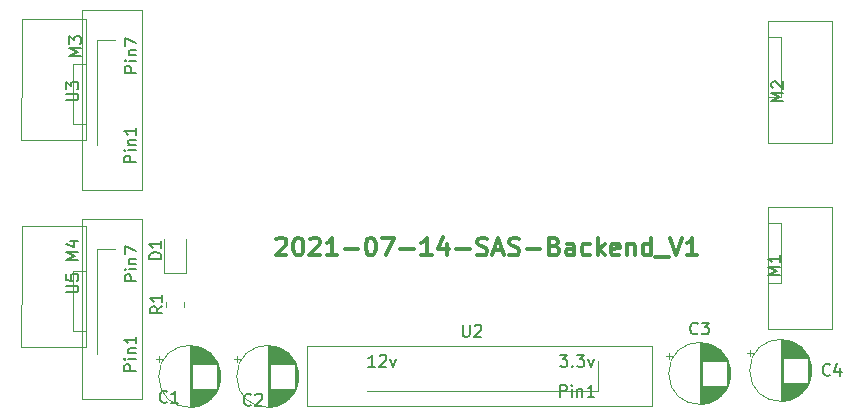
<source format=gbr>
%TF.GenerationSoftware,KiCad,Pcbnew,(5.1.10)-1*%
%TF.CreationDate,2021-07-14T07:55:42+08:00*%
%TF.ProjectId,2.5_SAS_Backend,322e355f-5341-4535-9f42-61636b656e64,rev?*%
%TF.SameCoordinates,Original*%
%TF.FileFunction,Legend,Top*%
%TF.FilePolarity,Positive*%
%FSLAX46Y46*%
G04 Gerber Fmt 4.6, Leading zero omitted, Abs format (unit mm)*
G04 Created by KiCad (PCBNEW (5.1.10)-1) date 2021-07-14 07:55:42*
%MOMM*%
%LPD*%
G01*
G04 APERTURE LIST*
%ADD10C,0.300000*%
%ADD11C,0.120000*%
%ADD12C,0.150000*%
G04 APERTURE END LIST*
D10*
X53298571Y-52661428D02*
X53370000Y-52590000D01*
X53512857Y-52518571D01*
X53870000Y-52518571D01*
X54012857Y-52590000D01*
X54084285Y-52661428D01*
X54155714Y-52804285D01*
X54155714Y-52947142D01*
X54084285Y-53161428D01*
X53227142Y-54018571D01*
X54155714Y-54018571D01*
X55084285Y-52518571D02*
X55227142Y-52518571D01*
X55370000Y-52590000D01*
X55441428Y-52661428D01*
X55512857Y-52804285D01*
X55584285Y-53090000D01*
X55584285Y-53447142D01*
X55512857Y-53732857D01*
X55441428Y-53875714D01*
X55370000Y-53947142D01*
X55227142Y-54018571D01*
X55084285Y-54018571D01*
X54941428Y-53947142D01*
X54870000Y-53875714D01*
X54798571Y-53732857D01*
X54727142Y-53447142D01*
X54727142Y-53090000D01*
X54798571Y-52804285D01*
X54870000Y-52661428D01*
X54941428Y-52590000D01*
X55084285Y-52518571D01*
X56155714Y-52661428D02*
X56227142Y-52590000D01*
X56370000Y-52518571D01*
X56727142Y-52518571D01*
X56870000Y-52590000D01*
X56941428Y-52661428D01*
X57012857Y-52804285D01*
X57012857Y-52947142D01*
X56941428Y-53161428D01*
X56084285Y-54018571D01*
X57012857Y-54018571D01*
X58441428Y-54018571D02*
X57584285Y-54018571D01*
X58012857Y-54018571D02*
X58012857Y-52518571D01*
X57870000Y-52732857D01*
X57727142Y-52875714D01*
X57584285Y-52947142D01*
X59084285Y-53447142D02*
X60227142Y-53447142D01*
X61227142Y-52518571D02*
X61370000Y-52518571D01*
X61512857Y-52590000D01*
X61584285Y-52661428D01*
X61655714Y-52804285D01*
X61727142Y-53090000D01*
X61727142Y-53447142D01*
X61655714Y-53732857D01*
X61584285Y-53875714D01*
X61512857Y-53947142D01*
X61370000Y-54018571D01*
X61227142Y-54018571D01*
X61084285Y-53947142D01*
X61012857Y-53875714D01*
X60941428Y-53732857D01*
X60870000Y-53447142D01*
X60870000Y-53090000D01*
X60941428Y-52804285D01*
X61012857Y-52661428D01*
X61084285Y-52590000D01*
X61227142Y-52518571D01*
X62227142Y-52518571D02*
X63227142Y-52518571D01*
X62584285Y-54018571D01*
X63798571Y-53447142D02*
X64941428Y-53447142D01*
X66441428Y-54018571D02*
X65584285Y-54018571D01*
X66012857Y-54018571D02*
X66012857Y-52518571D01*
X65870000Y-52732857D01*
X65727142Y-52875714D01*
X65584285Y-52947142D01*
X67727142Y-53018571D02*
X67727142Y-54018571D01*
X67370000Y-52447142D02*
X67012857Y-53518571D01*
X67941428Y-53518571D01*
X68512857Y-53447142D02*
X69655714Y-53447142D01*
X70298571Y-53947142D02*
X70512857Y-54018571D01*
X70870000Y-54018571D01*
X71012857Y-53947142D01*
X71084285Y-53875714D01*
X71155714Y-53732857D01*
X71155714Y-53590000D01*
X71084285Y-53447142D01*
X71012857Y-53375714D01*
X70870000Y-53304285D01*
X70584285Y-53232857D01*
X70441428Y-53161428D01*
X70370000Y-53090000D01*
X70298571Y-52947142D01*
X70298571Y-52804285D01*
X70370000Y-52661428D01*
X70441428Y-52590000D01*
X70584285Y-52518571D01*
X70941428Y-52518571D01*
X71155714Y-52590000D01*
X71727142Y-53590000D02*
X72441428Y-53590000D01*
X71584285Y-54018571D02*
X72084285Y-52518571D01*
X72584285Y-54018571D01*
X73012857Y-53947142D02*
X73227142Y-54018571D01*
X73584285Y-54018571D01*
X73727142Y-53947142D01*
X73798571Y-53875714D01*
X73870000Y-53732857D01*
X73870000Y-53590000D01*
X73798571Y-53447142D01*
X73727142Y-53375714D01*
X73584285Y-53304285D01*
X73298571Y-53232857D01*
X73155714Y-53161428D01*
X73084285Y-53090000D01*
X73012857Y-52947142D01*
X73012857Y-52804285D01*
X73084285Y-52661428D01*
X73155714Y-52590000D01*
X73298571Y-52518571D01*
X73655714Y-52518571D01*
X73870000Y-52590000D01*
X74512857Y-53447142D02*
X75655714Y-53447142D01*
X76870000Y-53232857D02*
X77084285Y-53304285D01*
X77155714Y-53375714D01*
X77227142Y-53518571D01*
X77227142Y-53732857D01*
X77155714Y-53875714D01*
X77084285Y-53947142D01*
X76941428Y-54018571D01*
X76370000Y-54018571D01*
X76370000Y-52518571D01*
X76870000Y-52518571D01*
X77012857Y-52590000D01*
X77084285Y-52661428D01*
X77155714Y-52804285D01*
X77155714Y-52947142D01*
X77084285Y-53090000D01*
X77012857Y-53161428D01*
X76870000Y-53232857D01*
X76370000Y-53232857D01*
X78512857Y-54018571D02*
X78512857Y-53232857D01*
X78441428Y-53090000D01*
X78298571Y-53018571D01*
X78012857Y-53018571D01*
X77870000Y-53090000D01*
X78512857Y-53947142D02*
X78370000Y-54018571D01*
X78012857Y-54018571D01*
X77870000Y-53947142D01*
X77798571Y-53804285D01*
X77798571Y-53661428D01*
X77870000Y-53518571D01*
X78012857Y-53447142D01*
X78370000Y-53447142D01*
X78512857Y-53375714D01*
X79870000Y-53947142D02*
X79727142Y-54018571D01*
X79441428Y-54018571D01*
X79298571Y-53947142D01*
X79227142Y-53875714D01*
X79155714Y-53732857D01*
X79155714Y-53304285D01*
X79227142Y-53161428D01*
X79298571Y-53090000D01*
X79441428Y-53018571D01*
X79727142Y-53018571D01*
X79870000Y-53090000D01*
X80512857Y-54018571D02*
X80512857Y-52518571D01*
X80655714Y-53447142D02*
X81084285Y-54018571D01*
X81084285Y-53018571D02*
X80512857Y-53590000D01*
X82298571Y-53947142D02*
X82155714Y-54018571D01*
X81870000Y-54018571D01*
X81727142Y-53947142D01*
X81655714Y-53804285D01*
X81655714Y-53232857D01*
X81727142Y-53090000D01*
X81870000Y-53018571D01*
X82155714Y-53018571D01*
X82298571Y-53090000D01*
X82370000Y-53232857D01*
X82370000Y-53375714D01*
X81655714Y-53518571D01*
X83012857Y-53018571D02*
X83012857Y-54018571D01*
X83012857Y-53161428D02*
X83084285Y-53090000D01*
X83227142Y-53018571D01*
X83441428Y-53018571D01*
X83584285Y-53090000D01*
X83655714Y-53232857D01*
X83655714Y-54018571D01*
X85012857Y-54018571D02*
X85012857Y-52518571D01*
X85012857Y-53947142D02*
X84870000Y-54018571D01*
X84584285Y-54018571D01*
X84441428Y-53947142D01*
X84370000Y-53875714D01*
X84298571Y-53732857D01*
X84298571Y-53304285D01*
X84370000Y-53161428D01*
X84441428Y-53090000D01*
X84584285Y-53018571D01*
X84870000Y-53018571D01*
X85012857Y-53090000D01*
X85370000Y-54161428D02*
X86512857Y-54161428D01*
X86655714Y-52518571D02*
X87155714Y-54018571D01*
X87655714Y-52518571D01*
X88941428Y-54018571D02*
X88084285Y-54018571D01*
X88512857Y-54018571D02*
X88512857Y-52518571D01*
X88370000Y-52732857D01*
X88227142Y-52875714D01*
X88084285Y-52947142D01*
D11*
%TO.C,C1*%
X48574000Y-64262000D02*
G75*
G03*
X48574000Y-64262000I-2620000J0D01*
G01*
X45954000Y-61682000D02*
X45954000Y-66842000D01*
X45994000Y-61682000D02*
X45994000Y-66842000D01*
X46034000Y-61683000D02*
X46034000Y-66841000D01*
X46074000Y-61684000D02*
X46074000Y-66840000D01*
X46114000Y-61686000D02*
X46114000Y-66838000D01*
X46154000Y-61689000D02*
X46154000Y-66835000D01*
X46194000Y-61693000D02*
X46194000Y-63222000D01*
X46194000Y-65302000D02*
X46194000Y-66831000D01*
X46234000Y-61697000D02*
X46234000Y-63222000D01*
X46234000Y-65302000D02*
X46234000Y-66827000D01*
X46274000Y-61701000D02*
X46274000Y-63222000D01*
X46274000Y-65302000D02*
X46274000Y-66823000D01*
X46314000Y-61706000D02*
X46314000Y-63222000D01*
X46314000Y-65302000D02*
X46314000Y-66818000D01*
X46354000Y-61712000D02*
X46354000Y-63222000D01*
X46354000Y-65302000D02*
X46354000Y-66812000D01*
X46394000Y-61719000D02*
X46394000Y-63222000D01*
X46394000Y-65302000D02*
X46394000Y-66805000D01*
X46434000Y-61726000D02*
X46434000Y-63222000D01*
X46434000Y-65302000D02*
X46434000Y-66798000D01*
X46474000Y-61734000D02*
X46474000Y-63222000D01*
X46474000Y-65302000D02*
X46474000Y-66790000D01*
X46514000Y-61742000D02*
X46514000Y-63222000D01*
X46514000Y-65302000D02*
X46514000Y-66782000D01*
X46554000Y-61751000D02*
X46554000Y-63222000D01*
X46554000Y-65302000D02*
X46554000Y-66773000D01*
X46594000Y-61761000D02*
X46594000Y-63222000D01*
X46594000Y-65302000D02*
X46594000Y-66763000D01*
X46634000Y-61771000D02*
X46634000Y-63222000D01*
X46634000Y-65302000D02*
X46634000Y-66753000D01*
X46675000Y-61782000D02*
X46675000Y-63222000D01*
X46675000Y-65302000D02*
X46675000Y-66742000D01*
X46715000Y-61794000D02*
X46715000Y-63222000D01*
X46715000Y-65302000D02*
X46715000Y-66730000D01*
X46755000Y-61807000D02*
X46755000Y-63222000D01*
X46755000Y-65302000D02*
X46755000Y-66717000D01*
X46795000Y-61820000D02*
X46795000Y-63222000D01*
X46795000Y-65302000D02*
X46795000Y-66704000D01*
X46835000Y-61834000D02*
X46835000Y-63222000D01*
X46835000Y-65302000D02*
X46835000Y-66690000D01*
X46875000Y-61848000D02*
X46875000Y-63222000D01*
X46875000Y-65302000D02*
X46875000Y-66676000D01*
X46915000Y-61864000D02*
X46915000Y-63222000D01*
X46915000Y-65302000D02*
X46915000Y-66660000D01*
X46955000Y-61880000D02*
X46955000Y-63222000D01*
X46955000Y-65302000D02*
X46955000Y-66644000D01*
X46995000Y-61897000D02*
X46995000Y-63222000D01*
X46995000Y-65302000D02*
X46995000Y-66627000D01*
X47035000Y-61914000D02*
X47035000Y-63222000D01*
X47035000Y-65302000D02*
X47035000Y-66610000D01*
X47075000Y-61933000D02*
X47075000Y-63222000D01*
X47075000Y-65302000D02*
X47075000Y-66591000D01*
X47115000Y-61952000D02*
X47115000Y-63222000D01*
X47115000Y-65302000D02*
X47115000Y-66572000D01*
X47155000Y-61972000D02*
X47155000Y-63222000D01*
X47155000Y-65302000D02*
X47155000Y-66552000D01*
X47195000Y-61994000D02*
X47195000Y-63222000D01*
X47195000Y-65302000D02*
X47195000Y-66530000D01*
X47235000Y-62015000D02*
X47235000Y-63222000D01*
X47235000Y-65302000D02*
X47235000Y-66509000D01*
X47275000Y-62038000D02*
X47275000Y-63222000D01*
X47275000Y-65302000D02*
X47275000Y-66486000D01*
X47315000Y-62062000D02*
X47315000Y-63222000D01*
X47315000Y-65302000D02*
X47315000Y-66462000D01*
X47355000Y-62087000D02*
X47355000Y-63222000D01*
X47355000Y-65302000D02*
X47355000Y-66437000D01*
X47395000Y-62113000D02*
X47395000Y-63222000D01*
X47395000Y-65302000D02*
X47395000Y-66411000D01*
X47435000Y-62140000D02*
X47435000Y-63222000D01*
X47435000Y-65302000D02*
X47435000Y-66384000D01*
X47475000Y-62167000D02*
X47475000Y-63222000D01*
X47475000Y-65302000D02*
X47475000Y-66357000D01*
X47515000Y-62197000D02*
X47515000Y-63222000D01*
X47515000Y-65302000D02*
X47515000Y-66327000D01*
X47555000Y-62227000D02*
X47555000Y-63222000D01*
X47555000Y-65302000D02*
X47555000Y-66297000D01*
X47595000Y-62258000D02*
X47595000Y-63222000D01*
X47595000Y-65302000D02*
X47595000Y-66266000D01*
X47635000Y-62291000D02*
X47635000Y-63222000D01*
X47635000Y-65302000D02*
X47635000Y-66233000D01*
X47675000Y-62325000D02*
X47675000Y-63222000D01*
X47675000Y-65302000D02*
X47675000Y-66199000D01*
X47715000Y-62361000D02*
X47715000Y-63222000D01*
X47715000Y-65302000D02*
X47715000Y-66163000D01*
X47755000Y-62398000D02*
X47755000Y-63222000D01*
X47755000Y-65302000D02*
X47755000Y-66126000D01*
X47795000Y-62436000D02*
X47795000Y-63222000D01*
X47795000Y-65302000D02*
X47795000Y-66088000D01*
X47835000Y-62477000D02*
X47835000Y-63222000D01*
X47835000Y-65302000D02*
X47835000Y-66047000D01*
X47875000Y-62519000D02*
X47875000Y-63222000D01*
X47875000Y-65302000D02*
X47875000Y-66005000D01*
X47915000Y-62563000D02*
X47915000Y-63222000D01*
X47915000Y-65302000D02*
X47915000Y-65961000D01*
X47955000Y-62609000D02*
X47955000Y-63222000D01*
X47955000Y-65302000D02*
X47955000Y-65915000D01*
X47995000Y-62657000D02*
X47995000Y-63222000D01*
X47995000Y-65302000D02*
X47995000Y-65867000D01*
X48035000Y-62708000D02*
X48035000Y-63222000D01*
X48035000Y-65302000D02*
X48035000Y-65816000D01*
X48075000Y-62762000D02*
X48075000Y-63222000D01*
X48075000Y-65302000D02*
X48075000Y-65762000D01*
X48115000Y-62819000D02*
X48115000Y-63222000D01*
X48115000Y-65302000D02*
X48115000Y-65705000D01*
X48155000Y-62879000D02*
X48155000Y-63222000D01*
X48155000Y-65302000D02*
X48155000Y-65645000D01*
X48195000Y-62943000D02*
X48195000Y-63222000D01*
X48195000Y-65302000D02*
X48195000Y-65581000D01*
X48235000Y-63011000D02*
X48235000Y-63222000D01*
X48235000Y-65302000D02*
X48235000Y-65513000D01*
X48275000Y-63084000D02*
X48275000Y-65440000D01*
X48315000Y-63164000D02*
X48315000Y-65360000D01*
X48355000Y-63251000D02*
X48355000Y-65273000D01*
X48395000Y-63347000D02*
X48395000Y-65177000D01*
X48435000Y-63457000D02*
X48435000Y-65067000D01*
X48475000Y-63585000D02*
X48475000Y-64939000D01*
X48515000Y-63744000D02*
X48515000Y-64780000D01*
X48555000Y-63978000D02*
X48555000Y-64546000D01*
X43149225Y-62787000D02*
X43649225Y-62787000D01*
X43399225Y-62537000D02*
X43399225Y-63037000D01*
%TO.C,M4*%
X31700000Y-61802000D02*
X31750000Y-54702000D01*
X31750000Y-54702000D02*
X31750000Y-51502000D01*
X31750000Y-51502000D02*
X37182000Y-51502000D01*
X37182000Y-51502000D02*
X37182000Y-61802000D01*
X37182000Y-61802000D02*
X31700000Y-61802000D01*
X37082000Y-60452000D02*
X36072000Y-60452000D01*
X36072000Y-60452000D02*
X36072000Y-55372000D01*
X36072000Y-55372000D02*
X37082000Y-55372000D01*
%TO.C,M3*%
X31700000Y-44276000D02*
X31750000Y-37176000D01*
X31750000Y-37176000D02*
X31750000Y-33976000D01*
X31750000Y-33976000D02*
X37182000Y-33976000D01*
X37182000Y-33976000D02*
X37182000Y-44276000D01*
X37182000Y-44276000D02*
X31700000Y-44276000D01*
X37082000Y-42926000D02*
X36072000Y-42926000D01*
X36072000Y-42926000D02*
X36072000Y-37846000D01*
X36072000Y-37846000D02*
X37082000Y-37846000D01*
%TO.C,M2*%
X100380000Y-34210000D02*
X100330000Y-41310000D01*
X100330000Y-41310000D02*
X100330000Y-44510000D01*
X100330000Y-44510000D02*
X94898000Y-44510000D01*
X94898000Y-44510000D02*
X94898000Y-34210000D01*
X94898000Y-34210000D02*
X100380000Y-34210000D01*
X94998000Y-35560000D02*
X96008000Y-35560000D01*
X96008000Y-35560000D02*
X96008000Y-40640000D01*
X96008000Y-40640000D02*
X94998000Y-40640000D01*
%TO.C,M1*%
X100380000Y-49958000D02*
X100330000Y-57058000D01*
X100330000Y-57058000D02*
X100330000Y-60258000D01*
X100330000Y-60258000D02*
X94898000Y-60258000D01*
X94898000Y-60258000D02*
X94898000Y-49958000D01*
X94898000Y-49958000D02*
X100380000Y-49958000D01*
X94998000Y-51308000D02*
X96008000Y-51308000D01*
X96008000Y-51308000D02*
X96008000Y-56388000D01*
X96008000Y-56388000D02*
X94998000Y-56388000D01*
%TO.C,R1*%
X43969000Y-58393064D02*
X43969000Y-57938936D01*
X45439000Y-58393064D02*
X45439000Y-57938936D01*
%TO.C,D1*%
X43794000Y-52594000D02*
X43794000Y-55479000D01*
X43794000Y-55479000D02*
X45614000Y-55479000D01*
X45614000Y-55479000D02*
X45614000Y-52594000D01*
%TO.C,C4*%
X98612000Y-63754000D02*
G75*
G03*
X98612000Y-63754000I-2620000J0D01*
G01*
X95992000Y-61174000D02*
X95992000Y-66334000D01*
X96032000Y-61174000D02*
X96032000Y-66334000D01*
X96072000Y-61175000D02*
X96072000Y-66333000D01*
X96112000Y-61176000D02*
X96112000Y-66332000D01*
X96152000Y-61178000D02*
X96152000Y-66330000D01*
X96192000Y-61181000D02*
X96192000Y-66327000D01*
X96232000Y-61185000D02*
X96232000Y-62714000D01*
X96232000Y-64794000D02*
X96232000Y-66323000D01*
X96272000Y-61189000D02*
X96272000Y-62714000D01*
X96272000Y-64794000D02*
X96272000Y-66319000D01*
X96312000Y-61193000D02*
X96312000Y-62714000D01*
X96312000Y-64794000D02*
X96312000Y-66315000D01*
X96352000Y-61198000D02*
X96352000Y-62714000D01*
X96352000Y-64794000D02*
X96352000Y-66310000D01*
X96392000Y-61204000D02*
X96392000Y-62714000D01*
X96392000Y-64794000D02*
X96392000Y-66304000D01*
X96432000Y-61211000D02*
X96432000Y-62714000D01*
X96432000Y-64794000D02*
X96432000Y-66297000D01*
X96472000Y-61218000D02*
X96472000Y-62714000D01*
X96472000Y-64794000D02*
X96472000Y-66290000D01*
X96512000Y-61226000D02*
X96512000Y-62714000D01*
X96512000Y-64794000D02*
X96512000Y-66282000D01*
X96552000Y-61234000D02*
X96552000Y-62714000D01*
X96552000Y-64794000D02*
X96552000Y-66274000D01*
X96592000Y-61243000D02*
X96592000Y-62714000D01*
X96592000Y-64794000D02*
X96592000Y-66265000D01*
X96632000Y-61253000D02*
X96632000Y-62714000D01*
X96632000Y-64794000D02*
X96632000Y-66255000D01*
X96672000Y-61263000D02*
X96672000Y-62714000D01*
X96672000Y-64794000D02*
X96672000Y-66245000D01*
X96713000Y-61274000D02*
X96713000Y-62714000D01*
X96713000Y-64794000D02*
X96713000Y-66234000D01*
X96753000Y-61286000D02*
X96753000Y-62714000D01*
X96753000Y-64794000D02*
X96753000Y-66222000D01*
X96793000Y-61299000D02*
X96793000Y-62714000D01*
X96793000Y-64794000D02*
X96793000Y-66209000D01*
X96833000Y-61312000D02*
X96833000Y-62714000D01*
X96833000Y-64794000D02*
X96833000Y-66196000D01*
X96873000Y-61326000D02*
X96873000Y-62714000D01*
X96873000Y-64794000D02*
X96873000Y-66182000D01*
X96913000Y-61340000D02*
X96913000Y-62714000D01*
X96913000Y-64794000D02*
X96913000Y-66168000D01*
X96953000Y-61356000D02*
X96953000Y-62714000D01*
X96953000Y-64794000D02*
X96953000Y-66152000D01*
X96993000Y-61372000D02*
X96993000Y-62714000D01*
X96993000Y-64794000D02*
X96993000Y-66136000D01*
X97033000Y-61389000D02*
X97033000Y-62714000D01*
X97033000Y-64794000D02*
X97033000Y-66119000D01*
X97073000Y-61406000D02*
X97073000Y-62714000D01*
X97073000Y-64794000D02*
X97073000Y-66102000D01*
X97113000Y-61425000D02*
X97113000Y-62714000D01*
X97113000Y-64794000D02*
X97113000Y-66083000D01*
X97153000Y-61444000D02*
X97153000Y-62714000D01*
X97153000Y-64794000D02*
X97153000Y-66064000D01*
X97193000Y-61464000D02*
X97193000Y-62714000D01*
X97193000Y-64794000D02*
X97193000Y-66044000D01*
X97233000Y-61486000D02*
X97233000Y-62714000D01*
X97233000Y-64794000D02*
X97233000Y-66022000D01*
X97273000Y-61507000D02*
X97273000Y-62714000D01*
X97273000Y-64794000D02*
X97273000Y-66001000D01*
X97313000Y-61530000D02*
X97313000Y-62714000D01*
X97313000Y-64794000D02*
X97313000Y-65978000D01*
X97353000Y-61554000D02*
X97353000Y-62714000D01*
X97353000Y-64794000D02*
X97353000Y-65954000D01*
X97393000Y-61579000D02*
X97393000Y-62714000D01*
X97393000Y-64794000D02*
X97393000Y-65929000D01*
X97433000Y-61605000D02*
X97433000Y-62714000D01*
X97433000Y-64794000D02*
X97433000Y-65903000D01*
X97473000Y-61632000D02*
X97473000Y-62714000D01*
X97473000Y-64794000D02*
X97473000Y-65876000D01*
X97513000Y-61659000D02*
X97513000Y-62714000D01*
X97513000Y-64794000D02*
X97513000Y-65849000D01*
X97553000Y-61689000D02*
X97553000Y-62714000D01*
X97553000Y-64794000D02*
X97553000Y-65819000D01*
X97593000Y-61719000D02*
X97593000Y-62714000D01*
X97593000Y-64794000D02*
X97593000Y-65789000D01*
X97633000Y-61750000D02*
X97633000Y-62714000D01*
X97633000Y-64794000D02*
X97633000Y-65758000D01*
X97673000Y-61783000D02*
X97673000Y-62714000D01*
X97673000Y-64794000D02*
X97673000Y-65725000D01*
X97713000Y-61817000D02*
X97713000Y-62714000D01*
X97713000Y-64794000D02*
X97713000Y-65691000D01*
X97753000Y-61853000D02*
X97753000Y-62714000D01*
X97753000Y-64794000D02*
X97753000Y-65655000D01*
X97793000Y-61890000D02*
X97793000Y-62714000D01*
X97793000Y-64794000D02*
X97793000Y-65618000D01*
X97833000Y-61928000D02*
X97833000Y-62714000D01*
X97833000Y-64794000D02*
X97833000Y-65580000D01*
X97873000Y-61969000D02*
X97873000Y-62714000D01*
X97873000Y-64794000D02*
X97873000Y-65539000D01*
X97913000Y-62011000D02*
X97913000Y-62714000D01*
X97913000Y-64794000D02*
X97913000Y-65497000D01*
X97953000Y-62055000D02*
X97953000Y-62714000D01*
X97953000Y-64794000D02*
X97953000Y-65453000D01*
X97993000Y-62101000D02*
X97993000Y-62714000D01*
X97993000Y-64794000D02*
X97993000Y-65407000D01*
X98033000Y-62149000D02*
X98033000Y-62714000D01*
X98033000Y-64794000D02*
X98033000Y-65359000D01*
X98073000Y-62200000D02*
X98073000Y-62714000D01*
X98073000Y-64794000D02*
X98073000Y-65308000D01*
X98113000Y-62254000D02*
X98113000Y-62714000D01*
X98113000Y-64794000D02*
X98113000Y-65254000D01*
X98153000Y-62311000D02*
X98153000Y-62714000D01*
X98153000Y-64794000D02*
X98153000Y-65197000D01*
X98193000Y-62371000D02*
X98193000Y-62714000D01*
X98193000Y-64794000D02*
X98193000Y-65137000D01*
X98233000Y-62435000D02*
X98233000Y-62714000D01*
X98233000Y-64794000D02*
X98233000Y-65073000D01*
X98273000Y-62503000D02*
X98273000Y-62714000D01*
X98273000Y-64794000D02*
X98273000Y-65005000D01*
X98313000Y-62576000D02*
X98313000Y-64932000D01*
X98353000Y-62656000D02*
X98353000Y-64852000D01*
X98393000Y-62743000D02*
X98393000Y-64765000D01*
X98433000Y-62839000D02*
X98433000Y-64669000D01*
X98473000Y-62949000D02*
X98473000Y-64559000D01*
X98513000Y-63077000D02*
X98513000Y-64431000D01*
X98553000Y-63236000D02*
X98553000Y-64272000D01*
X98593000Y-63470000D02*
X98593000Y-64038000D01*
X93187225Y-62279000D02*
X93687225Y-62279000D01*
X93437225Y-62029000D02*
X93437225Y-62529000D01*
%TO.C,C3*%
X91754000Y-64008000D02*
G75*
G03*
X91754000Y-64008000I-2620000J0D01*
G01*
X89134000Y-61428000D02*
X89134000Y-66588000D01*
X89174000Y-61428000D02*
X89174000Y-66588000D01*
X89214000Y-61429000D02*
X89214000Y-66587000D01*
X89254000Y-61430000D02*
X89254000Y-66586000D01*
X89294000Y-61432000D02*
X89294000Y-66584000D01*
X89334000Y-61435000D02*
X89334000Y-66581000D01*
X89374000Y-61439000D02*
X89374000Y-62968000D01*
X89374000Y-65048000D02*
X89374000Y-66577000D01*
X89414000Y-61443000D02*
X89414000Y-62968000D01*
X89414000Y-65048000D02*
X89414000Y-66573000D01*
X89454000Y-61447000D02*
X89454000Y-62968000D01*
X89454000Y-65048000D02*
X89454000Y-66569000D01*
X89494000Y-61452000D02*
X89494000Y-62968000D01*
X89494000Y-65048000D02*
X89494000Y-66564000D01*
X89534000Y-61458000D02*
X89534000Y-62968000D01*
X89534000Y-65048000D02*
X89534000Y-66558000D01*
X89574000Y-61465000D02*
X89574000Y-62968000D01*
X89574000Y-65048000D02*
X89574000Y-66551000D01*
X89614000Y-61472000D02*
X89614000Y-62968000D01*
X89614000Y-65048000D02*
X89614000Y-66544000D01*
X89654000Y-61480000D02*
X89654000Y-62968000D01*
X89654000Y-65048000D02*
X89654000Y-66536000D01*
X89694000Y-61488000D02*
X89694000Y-62968000D01*
X89694000Y-65048000D02*
X89694000Y-66528000D01*
X89734000Y-61497000D02*
X89734000Y-62968000D01*
X89734000Y-65048000D02*
X89734000Y-66519000D01*
X89774000Y-61507000D02*
X89774000Y-62968000D01*
X89774000Y-65048000D02*
X89774000Y-66509000D01*
X89814000Y-61517000D02*
X89814000Y-62968000D01*
X89814000Y-65048000D02*
X89814000Y-66499000D01*
X89855000Y-61528000D02*
X89855000Y-62968000D01*
X89855000Y-65048000D02*
X89855000Y-66488000D01*
X89895000Y-61540000D02*
X89895000Y-62968000D01*
X89895000Y-65048000D02*
X89895000Y-66476000D01*
X89935000Y-61553000D02*
X89935000Y-62968000D01*
X89935000Y-65048000D02*
X89935000Y-66463000D01*
X89975000Y-61566000D02*
X89975000Y-62968000D01*
X89975000Y-65048000D02*
X89975000Y-66450000D01*
X90015000Y-61580000D02*
X90015000Y-62968000D01*
X90015000Y-65048000D02*
X90015000Y-66436000D01*
X90055000Y-61594000D02*
X90055000Y-62968000D01*
X90055000Y-65048000D02*
X90055000Y-66422000D01*
X90095000Y-61610000D02*
X90095000Y-62968000D01*
X90095000Y-65048000D02*
X90095000Y-66406000D01*
X90135000Y-61626000D02*
X90135000Y-62968000D01*
X90135000Y-65048000D02*
X90135000Y-66390000D01*
X90175000Y-61643000D02*
X90175000Y-62968000D01*
X90175000Y-65048000D02*
X90175000Y-66373000D01*
X90215000Y-61660000D02*
X90215000Y-62968000D01*
X90215000Y-65048000D02*
X90215000Y-66356000D01*
X90255000Y-61679000D02*
X90255000Y-62968000D01*
X90255000Y-65048000D02*
X90255000Y-66337000D01*
X90295000Y-61698000D02*
X90295000Y-62968000D01*
X90295000Y-65048000D02*
X90295000Y-66318000D01*
X90335000Y-61718000D02*
X90335000Y-62968000D01*
X90335000Y-65048000D02*
X90335000Y-66298000D01*
X90375000Y-61740000D02*
X90375000Y-62968000D01*
X90375000Y-65048000D02*
X90375000Y-66276000D01*
X90415000Y-61761000D02*
X90415000Y-62968000D01*
X90415000Y-65048000D02*
X90415000Y-66255000D01*
X90455000Y-61784000D02*
X90455000Y-62968000D01*
X90455000Y-65048000D02*
X90455000Y-66232000D01*
X90495000Y-61808000D02*
X90495000Y-62968000D01*
X90495000Y-65048000D02*
X90495000Y-66208000D01*
X90535000Y-61833000D02*
X90535000Y-62968000D01*
X90535000Y-65048000D02*
X90535000Y-66183000D01*
X90575000Y-61859000D02*
X90575000Y-62968000D01*
X90575000Y-65048000D02*
X90575000Y-66157000D01*
X90615000Y-61886000D02*
X90615000Y-62968000D01*
X90615000Y-65048000D02*
X90615000Y-66130000D01*
X90655000Y-61913000D02*
X90655000Y-62968000D01*
X90655000Y-65048000D02*
X90655000Y-66103000D01*
X90695000Y-61943000D02*
X90695000Y-62968000D01*
X90695000Y-65048000D02*
X90695000Y-66073000D01*
X90735000Y-61973000D02*
X90735000Y-62968000D01*
X90735000Y-65048000D02*
X90735000Y-66043000D01*
X90775000Y-62004000D02*
X90775000Y-62968000D01*
X90775000Y-65048000D02*
X90775000Y-66012000D01*
X90815000Y-62037000D02*
X90815000Y-62968000D01*
X90815000Y-65048000D02*
X90815000Y-65979000D01*
X90855000Y-62071000D02*
X90855000Y-62968000D01*
X90855000Y-65048000D02*
X90855000Y-65945000D01*
X90895000Y-62107000D02*
X90895000Y-62968000D01*
X90895000Y-65048000D02*
X90895000Y-65909000D01*
X90935000Y-62144000D02*
X90935000Y-62968000D01*
X90935000Y-65048000D02*
X90935000Y-65872000D01*
X90975000Y-62182000D02*
X90975000Y-62968000D01*
X90975000Y-65048000D02*
X90975000Y-65834000D01*
X91015000Y-62223000D02*
X91015000Y-62968000D01*
X91015000Y-65048000D02*
X91015000Y-65793000D01*
X91055000Y-62265000D02*
X91055000Y-62968000D01*
X91055000Y-65048000D02*
X91055000Y-65751000D01*
X91095000Y-62309000D02*
X91095000Y-62968000D01*
X91095000Y-65048000D02*
X91095000Y-65707000D01*
X91135000Y-62355000D02*
X91135000Y-62968000D01*
X91135000Y-65048000D02*
X91135000Y-65661000D01*
X91175000Y-62403000D02*
X91175000Y-62968000D01*
X91175000Y-65048000D02*
X91175000Y-65613000D01*
X91215000Y-62454000D02*
X91215000Y-62968000D01*
X91215000Y-65048000D02*
X91215000Y-65562000D01*
X91255000Y-62508000D02*
X91255000Y-62968000D01*
X91255000Y-65048000D02*
X91255000Y-65508000D01*
X91295000Y-62565000D02*
X91295000Y-62968000D01*
X91295000Y-65048000D02*
X91295000Y-65451000D01*
X91335000Y-62625000D02*
X91335000Y-62968000D01*
X91335000Y-65048000D02*
X91335000Y-65391000D01*
X91375000Y-62689000D02*
X91375000Y-62968000D01*
X91375000Y-65048000D02*
X91375000Y-65327000D01*
X91415000Y-62757000D02*
X91415000Y-62968000D01*
X91415000Y-65048000D02*
X91415000Y-65259000D01*
X91455000Y-62830000D02*
X91455000Y-65186000D01*
X91495000Y-62910000D02*
X91495000Y-65106000D01*
X91535000Y-62997000D02*
X91535000Y-65019000D01*
X91575000Y-63093000D02*
X91575000Y-64923000D01*
X91615000Y-63203000D02*
X91615000Y-64813000D01*
X91655000Y-63331000D02*
X91655000Y-64685000D01*
X91695000Y-63490000D02*
X91695000Y-64526000D01*
X91735000Y-63724000D02*
X91735000Y-64292000D01*
X86329225Y-62533000D02*
X86829225Y-62533000D01*
X86579225Y-62283000D02*
X86579225Y-62783000D01*
%TO.C,C2*%
X55178000Y-64262000D02*
G75*
G03*
X55178000Y-64262000I-2620000J0D01*
G01*
X52558000Y-61682000D02*
X52558000Y-66842000D01*
X52598000Y-61682000D02*
X52598000Y-66842000D01*
X52638000Y-61683000D02*
X52638000Y-66841000D01*
X52678000Y-61684000D02*
X52678000Y-66840000D01*
X52718000Y-61686000D02*
X52718000Y-66838000D01*
X52758000Y-61689000D02*
X52758000Y-66835000D01*
X52798000Y-61693000D02*
X52798000Y-63222000D01*
X52798000Y-65302000D02*
X52798000Y-66831000D01*
X52838000Y-61697000D02*
X52838000Y-63222000D01*
X52838000Y-65302000D02*
X52838000Y-66827000D01*
X52878000Y-61701000D02*
X52878000Y-63222000D01*
X52878000Y-65302000D02*
X52878000Y-66823000D01*
X52918000Y-61706000D02*
X52918000Y-63222000D01*
X52918000Y-65302000D02*
X52918000Y-66818000D01*
X52958000Y-61712000D02*
X52958000Y-63222000D01*
X52958000Y-65302000D02*
X52958000Y-66812000D01*
X52998000Y-61719000D02*
X52998000Y-63222000D01*
X52998000Y-65302000D02*
X52998000Y-66805000D01*
X53038000Y-61726000D02*
X53038000Y-63222000D01*
X53038000Y-65302000D02*
X53038000Y-66798000D01*
X53078000Y-61734000D02*
X53078000Y-63222000D01*
X53078000Y-65302000D02*
X53078000Y-66790000D01*
X53118000Y-61742000D02*
X53118000Y-63222000D01*
X53118000Y-65302000D02*
X53118000Y-66782000D01*
X53158000Y-61751000D02*
X53158000Y-63222000D01*
X53158000Y-65302000D02*
X53158000Y-66773000D01*
X53198000Y-61761000D02*
X53198000Y-63222000D01*
X53198000Y-65302000D02*
X53198000Y-66763000D01*
X53238000Y-61771000D02*
X53238000Y-63222000D01*
X53238000Y-65302000D02*
X53238000Y-66753000D01*
X53279000Y-61782000D02*
X53279000Y-63222000D01*
X53279000Y-65302000D02*
X53279000Y-66742000D01*
X53319000Y-61794000D02*
X53319000Y-63222000D01*
X53319000Y-65302000D02*
X53319000Y-66730000D01*
X53359000Y-61807000D02*
X53359000Y-63222000D01*
X53359000Y-65302000D02*
X53359000Y-66717000D01*
X53399000Y-61820000D02*
X53399000Y-63222000D01*
X53399000Y-65302000D02*
X53399000Y-66704000D01*
X53439000Y-61834000D02*
X53439000Y-63222000D01*
X53439000Y-65302000D02*
X53439000Y-66690000D01*
X53479000Y-61848000D02*
X53479000Y-63222000D01*
X53479000Y-65302000D02*
X53479000Y-66676000D01*
X53519000Y-61864000D02*
X53519000Y-63222000D01*
X53519000Y-65302000D02*
X53519000Y-66660000D01*
X53559000Y-61880000D02*
X53559000Y-63222000D01*
X53559000Y-65302000D02*
X53559000Y-66644000D01*
X53599000Y-61897000D02*
X53599000Y-63222000D01*
X53599000Y-65302000D02*
X53599000Y-66627000D01*
X53639000Y-61914000D02*
X53639000Y-63222000D01*
X53639000Y-65302000D02*
X53639000Y-66610000D01*
X53679000Y-61933000D02*
X53679000Y-63222000D01*
X53679000Y-65302000D02*
X53679000Y-66591000D01*
X53719000Y-61952000D02*
X53719000Y-63222000D01*
X53719000Y-65302000D02*
X53719000Y-66572000D01*
X53759000Y-61972000D02*
X53759000Y-63222000D01*
X53759000Y-65302000D02*
X53759000Y-66552000D01*
X53799000Y-61994000D02*
X53799000Y-63222000D01*
X53799000Y-65302000D02*
X53799000Y-66530000D01*
X53839000Y-62015000D02*
X53839000Y-63222000D01*
X53839000Y-65302000D02*
X53839000Y-66509000D01*
X53879000Y-62038000D02*
X53879000Y-63222000D01*
X53879000Y-65302000D02*
X53879000Y-66486000D01*
X53919000Y-62062000D02*
X53919000Y-63222000D01*
X53919000Y-65302000D02*
X53919000Y-66462000D01*
X53959000Y-62087000D02*
X53959000Y-63222000D01*
X53959000Y-65302000D02*
X53959000Y-66437000D01*
X53999000Y-62113000D02*
X53999000Y-63222000D01*
X53999000Y-65302000D02*
X53999000Y-66411000D01*
X54039000Y-62140000D02*
X54039000Y-63222000D01*
X54039000Y-65302000D02*
X54039000Y-66384000D01*
X54079000Y-62167000D02*
X54079000Y-63222000D01*
X54079000Y-65302000D02*
X54079000Y-66357000D01*
X54119000Y-62197000D02*
X54119000Y-63222000D01*
X54119000Y-65302000D02*
X54119000Y-66327000D01*
X54159000Y-62227000D02*
X54159000Y-63222000D01*
X54159000Y-65302000D02*
X54159000Y-66297000D01*
X54199000Y-62258000D02*
X54199000Y-63222000D01*
X54199000Y-65302000D02*
X54199000Y-66266000D01*
X54239000Y-62291000D02*
X54239000Y-63222000D01*
X54239000Y-65302000D02*
X54239000Y-66233000D01*
X54279000Y-62325000D02*
X54279000Y-63222000D01*
X54279000Y-65302000D02*
X54279000Y-66199000D01*
X54319000Y-62361000D02*
X54319000Y-63222000D01*
X54319000Y-65302000D02*
X54319000Y-66163000D01*
X54359000Y-62398000D02*
X54359000Y-63222000D01*
X54359000Y-65302000D02*
X54359000Y-66126000D01*
X54399000Y-62436000D02*
X54399000Y-63222000D01*
X54399000Y-65302000D02*
X54399000Y-66088000D01*
X54439000Y-62477000D02*
X54439000Y-63222000D01*
X54439000Y-65302000D02*
X54439000Y-66047000D01*
X54479000Y-62519000D02*
X54479000Y-63222000D01*
X54479000Y-65302000D02*
X54479000Y-66005000D01*
X54519000Y-62563000D02*
X54519000Y-63222000D01*
X54519000Y-65302000D02*
X54519000Y-65961000D01*
X54559000Y-62609000D02*
X54559000Y-63222000D01*
X54559000Y-65302000D02*
X54559000Y-65915000D01*
X54599000Y-62657000D02*
X54599000Y-63222000D01*
X54599000Y-65302000D02*
X54599000Y-65867000D01*
X54639000Y-62708000D02*
X54639000Y-63222000D01*
X54639000Y-65302000D02*
X54639000Y-65816000D01*
X54679000Y-62762000D02*
X54679000Y-63222000D01*
X54679000Y-65302000D02*
X54679000Y-65762000D01*
X54719000Y-62819000D02*
X54719000Y-63222000D01*
X54719000Y-65302000D02*
X54719000Y-65705000D01*
X54759000Y-62879000D02*
X54759000Y-63222000D01*
X54759000Y-65302000D02*
X54759000Y-65645000D01*
X54799000Y-62943000D02*
X54799000Y-63222000D01*
X54799000Y-65302000D02*
X54799000Y-65581000D01*
X54839000Y-63011000D02*
X54839000Y-63222000D01*
X54839000Y-65302000D02*
X54839000Y-65513000D01*
X54879000Y-63084000D02*
X54879000Y-65440000D01*
X54919000Y-63164000D02*
X54919000Y-65360000D01*
X54959000Y-63251000D02*
X54959000Y-65273000D01*
X54999000Y-63347000D02*
X54999000Y-65177000D01*
X55039000Y-63457000D02*
X55039000Y-65067000D01*
X55079000Y-63585000D02*
X55079000Y-64939000D01*
X55119000Y-63744000D02*
X55119000Y-64780000D01*
X55159000Y-63978000D02*
X55159000Y-64546000D01*
X49753225Y-62787000D02*
X50253225Y-62787000D01*
X50003225Y-62537000D02*
X50003225Y-63037000D01*
%TO.C,U2*%
X85090000Y-66802000D02*
X85090000Y-61722000D01*
X85090000Y-61722000D02*
X55880000Y-61722000D01*
X55880000Y-61722000D02*
X55880000Y-66802000D01*
X55880000Y-66802000D02*
X85090000Y-66802000D01*
X80568800Y-62992000D02*
X80568800Y-65532000D01*
X80543400Y-65532000D02*
X60960000Y-65532000D01*
%TO.C,U5*%
X36830000Y-66174000D02*
X41910000Y-66174000D01*
X41910000Y-66174000D02*
X41910000Y-50934000D01*
X41910000Y-50934000D02*
X36830000Y-50934000D01*
X36830000Y-50934000D02*
X36830000Y-66174000D01*
X38100000Y-62364000D02*
X38100000Y-54744000D01*
X38100000Y-54744000D02*
X38100000Y-53474000D01*
X38100000Y-53474000D02*
X39598600Y-53474000D01*
%TO.C,U3*%
X36830000Y-48514000D02*
X41910000Y-48514000D01*
X41910000Y-48514000D02*
X41910000Y-33274000D01*
X41910000Y-33274000D02*
X36830000Y-33274000D01*
X36830000Y-33274000D02*
X36830000Y-48514000D01*
X38100000Y-44704000D02*
X38100000Y-37084000D01*
X38100000Y-37084000D02*
X38100000Y-35814000D01*
X38100000Y-35814000D02*
X39598600Y-35814000D01*
%TO.C,C1*%
D12*
X44029333Y-66397142D02*
X43981714Y-66444761D01*
X43838857Y-66492380D01*
X43743619Y-66492380D01*
X43600761Y-66444761D01*
X43505523Y-66349523D01*
X43457904Y-66254285D01*
X43410285Y-66063809D01*
X43410285Y-65920952D01*
X43457904Y-65730476D01*
X43505523Y-65635238D01*
X43600761Y-65540000D01*
X43743619Y-65492380D01*
X43838857Y-65492380D01*
X43981714Y-65540000D01*
X44029333Y-65587619D01*
X44981714Y-66492380D02*
X44410285Y-66492380D01*
X44696000Y-66492380D02*
X44696000Y-65492380D01*
X44600761Y-65635238D01*
X44505523Y-65730476D01*
X44410285Y-65778095D01*
%TO.C,M4*%
X36520380Y-54403523D02*
X35520380Y-54403523D01*
X36234666Y-54070190D01*
X35520380Y-53736857D01*
X36520380Y-53736857D01*
X35853714Y-52832095D02*
X36520380Y-52832095D01*
X35472761Y-53070190D02*
X36187047Y-53308285D01*
X36187047Y-52689238D01*
%TO.C,M3*%
X36774380Y-37131523D02*
X35774380Y-37131523D01*
X36488666Y-36798190D01*
X35774380Y-36464857D01*
X36774380Y-36464857D01*
X35774380Y-36083904D02*
X35774380Y-35464857D01*
X36155333Y-35798190D01*
X36155333Y-35655333D01*
X36202952Y-35560095D01*
X36250571Y-35512476D01*
X36345809Y-35464857D01*
X36583904Y-35464857D01*
X36679142Y-35512476D01*
X36726761Y-35560095D01*
X36774380Y-35655333D01*
X36774380Y-35941047D01*
X36726761Y-36036285D01*
X36679142Y-36083904D01*
%TO.C,M2*%
X96210380Y-40941523D02*
X95210380Y-40941523D01*
X95924666Y-40608190D01*
X95210380Y-40274857D01*
X96210380Y-40274857D01*
X95305619Y-39846285D02*
X95258000Y-39798666D01*
X95210380Y-39703428D01*
X95210380Y-39465333D01*
X95258000Y-39370095D01*
X95305619Y-39322476D01*
X95400857Y-39274857D01*
X95496095Y-39274857D01*
X95638952Y-39322476D01*
X96210380Y-39893904D01*
X96210380Y-39274857D01*
%TO.C,M1*%
X95956380Y-55673523D02*
X94956380Y-55673523D01*
X95670666Y-55340190D01*
X94956380Y-55006857D01*
X95956380Y-55006857D01*
X95956380Y-54006857D02*
X95956380Y-54578285D01*
X95956380Y-54292571D02*
X94956380Y-54292571D01*
X95099238Y-54387809D01*
X95194476Y-54483047D01*
X95242095Y-54578285D01*
%TO.C,R1*%
X43632380Y-58332666D02*
X43156190Y-58666000D01*
X43632380Y-58904095D02*
X42632380Y-58904095D01*
X42632380Y-58523142D01*
X42680000Y-58427904D01*
X42727619Y-58380285D01*
X42822857Y-58332666D01*
X42965714Y-58332666D01*
X43060952Y-58380285D01*
X43108571Y-58427904D01*
X43156190Y-58523142D01*
X43156190Y-58904095D01*
X43632380Y-57380285D02*
X43632380Y-57951714D01*
X43632380Y-57666000D02*
X42632380Y-57666000D01*
X42775238Y-57761238D01*
X42870476Y-57856476D01*
X42918095Y-57951714D01*
%TO.C,D1*%
X43556380Y-54332095D02*
X42556380Y-54332095D01*
X42556380Y-54094000D01*
X42604000Y-53951142D01*
X42699238Y-53855904D01*
X42794476Y-53808285D01*
X42984952Y-53760666D01*
X43127809Y-53760666D01*
X43318285Y-53808285D01*
X43413523Y-53855904D01*
X43508761Y-53951142D01*
X43556380Y-54094000D01*
X43556380Y-54332095D01*
X43556380Y-52808285D02*
X43556380Y-53379714D01*
X43556380Y-53094000D02*
X42556380Y-53094000D01*
X42699238Y-53189238D01*
X42794476Y-53284476D01*
X42842095Y-53379714D01*
%TO.C,C4*%
X100163333Y-64111142D02*
X100115714Y-64158761D01*
X99972857Y-64206380D01*
X99877619Y-64206380D01*
X99734761Y-64158761D01*
X99639523Y-64063523D01*
X99591904Y-63968285D01*
X99544285Y-63777809D01*
X99544285Y-63634952D01*
X99591904Y-63444476D01*
X99639523Y-63349238D01*
X99734761Y-63254000D01*
X99877619Y-63206380D01*
X99972857Y-63206380D01*
X100115714Y-63254000D01*
X100163333Y-63301619D01*
X101020476Y-63539714D02*
X101020476Y-64206380D01*
X100782380Y-63158761D02*
X100544285Y-63873047D01*
X101163333Y-63873047D01*
%TO.C,C3*%
X88967333Y-60615142D02*
X88919714Y-60662761D01*
X88776857Y-60710380D01*
X88681619Y-60710380D01*
X88538761Y-60662761D01*
X88443523Y-60567523D01*
X88395904Y-60472285D01*
X88348285Y-60281809D01*
X88348285Y-60138952D01*
X88395904Y-59948476D01*
X88443523Y-59853238D01*
X88538761Y-59758000D01*
X88681619Y-59710380D01*
X88776857Y-59710380D01*
X88919714Y-59758000D01*
X88967333Y-59805619D01*
X89300666Y-59710380D02*
X89919714Y-59710380D01*
X89586380Y-60091333D01*
X89729238Y-60091333D01*
X89824476Y-60138952D01*
X89872095Y-60186571D01*
X89919714Y-60281809D01*
X89919714Y-60519904D01*
X89872095Y-60615142D01*
X89824476Y-60662761D01*
X89729238Y-60710380D01*
X89443523Y-60710380D01*
X89348285Y-60662761D01*
X89300666Y-60615142D01*
%TO.C,C2*%
X51141333Y-66651142D02*
X51093714Y-66698761D01*
X50950857Y-66746380D01*
X50855619Y-66746380D01*
X50712761Y-66698761D01*
X50617523Y-66603523D01*
X50569904Y-66508285D01*
X50522285Y-66317809D01*
X50522285Y-66174952D01*
X50569904Y-65984476D01*
X50617523Y-65889238D01*
X50712761Y-65794000D01*
X50855619Y-65746380D01*
X50950857Y-65746380D01*
X51093714Y-65794000D01*
X51141333Y-65841619D01*
X51522285Y-65841619D02*
X51569904Y-65794000D01*
X51665142Y-65746380D01*
X51903238Y-65746380D01*
X51998476Y-65794000D01*
X52046095Y-65841619D01*
X52093714Y-65936857D01*
X52093714Y-66032095D01*
X52046095Y-66174952D01*
X51474666Y-66746380D01*
X52093714Y-66746380D01*
%TO.C,U2*%
X69088095Y-59904380D02*
X69088095Y-60713904D01*
X69135714Y-60809142D01*
X69183333Y-60856761D01*
X69278571Y-60904380D01*
X69469047Y-60904380D01*
X69564285Y-60856761D01*
X69611904Y-60809142D01*
X69659523Y-60713904D01*
X69659523Y-59904380D01*
X70088095Y-59999619D02*
X70135714Y-59952000D01*
X70230952Y-59904380D01*
X70469047Y-59904380D01*
X70564285Y-59952000D01*
X70611904Y-59999619D01*
X70659523Y-60094857D01*
X70659523Y-60190095D01*
X70611904Y-60332952D01*
X70040476Y-60904380D01*
X70659523Y-60904380D01*
X77311428Y-65984380D02*
X77311428Y-64984380D01*
X77692380Y-64984380D01*
X77787619Y-65032000D01*
X77835238Y-65079619D01*
X77882857Y-65174857D01*
X77882857Y-65317714D01*
X77835238Y-65412952D01*
X77787619Y-65460571D01*
X77692380Y-65508190D01*
X77311428Y-65508190D01*
X78311428Y-65984380D02*
X78311428Y-65317714D01*
X78311428Y-64984380D02*
X78263809Y-65032000D01*
X78311428Y-65079619D01*
X78359047Y-65032000D01*
X78311428Y-64984380D01*
X78311428Y-65079619D01*
X78787619Y-65317714D02*
X78787619Y-65984380D01*
X78787619Y-65412952D02*
X78835238Y-65365333D01*
X78930476Y-65317714D01*
X79073333Y-65317714D01*
X79168571Y-65365333D01*
X79216190Y-65460571D01*
X79216190Y-65984380D01*
X80216190Y-65984380D02*
X79644761Y-65984380D01*
X79930476Y-65984380D02*
X79930476Y-64984380D01*
X79835238Y-65127238D01*
X79740000Y-65222476D01*
X79644761Y-65270095D01*
X61658571Y-63444380D02*
X61087142Y-63444380D01*
X61372857Y-63444380D02*
X61372857Y-62444380D01*
X61277619Y-62587238D01*
X61182380Y-62682476D01*
X61087142Y-62730095D01*
X62039523Y-62539619D02*
X62087142Y-62492000D01*
X62182380Y-62444380D01*
X62420476Y-62444380D01*
X62515714Y-62492000D01*
X62563333Y-62539619D01*
X62610952Y-62634857D01*
X62610952Y-62730095D01*
X62563333Y-62872952D01*
X61991904Y-63444380D01*
X62610952Y-63444380D01*
X62944285Y-62777714D02*
X63182380Y-63444380D01*
X63420476Y-62777714D01*
X77311428Y-62444380D02*
X77930476Y-62444380D01*
X77597142Y-62825333D01*
X77740000Y-62825333D01*
X77835238Y-62872952D01*
X77882857Y-62920571D01*
X77930476Y-63015809D01*
X77930476Y-63253904D01*
X77882857Y-63349142D01*
X77835238Y-63396761D01*
X77740000Y-63444380D01*
X77454285Y-63444380D01*
X77359047Y-63396761D01*
X77311428Y-63349142D01*
X78359047Y-63349142D02*
X78406666Y-63396761D01*
X78359047Y-63444380D01*
X78311428Y-63396761D01*
X78359047Y-63349142D01*
X78359047Y-63444380D01*
X78740000Y-62444380D02*
X79359047Y-62444380D01*
X79025714Y-62825333D01*
X79168571Y-62825333D01*
X79263809Y-62872952D01*
X79311428Y-62920571D01*
X79359047Y-63015809D01*
X79359047Y-63253904D01*
X79311428Y-63349142D01*
X79263809Y-63396761D01*
X79168571Y-63444380D01*
X78882857Y-63444380D01*
X78787619Y-63396761D01*
X78740000Y-63349142D01*
X79692380Y-62777714D02*
X79930476Y-63444380D01*
X80168571Y-62777714D01*
%TO.C,U5*%
X35520380Y-57149904D02*
X36329904Y-57149904D01*
X36425142Y-57102285D01*
X36472761Y-57054666D01*
X36520380Y-56959428D01*
X36520380Y-56768952D01*
X36472761Y-56673714D01*
X36425142Y-56626095D01*
X36329904Y-56578476D01*
X35520380Y-56578476D01*
X35520380Y-55626095D02*
X35520380Y-56102285D01*
X35996571Y-56149904D01*
X35948952Y-56102285D01*
X35901333Y-56007047D01*
X35901333Y-55768952D01*
X35948952Y-55673714D01*
X35996571Y-55626095D01*
X36091809Y-55578476D01*
X36329904Y-55578476D01*
X36425142Y-55626095D01*
X36472761Y-55673714D01*
X36520380Y-55768952D01*
X36520380Y-56007047D01*
X36472761Y-56102285D01*
X36425142Y-56149904D01*
X41447980Y-56197971D02*
X40447980Y-56197971D01*
X40447980Y-55817019D01*
X40495600Y-55721780D01*
X40543219Y-55674161D01*
X40638457Y-55626542D01*
X40781314Y-55626542D01*
X40876552Y-55674161D01*
X40924171Y-55721780D01*
X40971790Y-55817019D01*
X40971790Y-56197971D01*
X41447980Y-55197971D02*
X40781314Y-55197971D01*
X40447980Y-55197971D02*
X40495600Y-55245590D01*
X40543219Y-55197971D01*
X40495600Y-55150352D01*
X40447980Y-55197971D01*
X40543219Y-55197971D01*
X40781314Y-54721780D02*
X41447980Y-54721780D01*
X40876552Y-54721780D02*
X40828933Y-54674161D01*
X40781314Y-54578923D01*
X40781314Y-54436066D01*
X40828933Y-54340828D01*
X40924171Y-54293209D01*
X41447980Y-54293209D01*
X40447980Y-53912257D02*
X40447980Y-53245590D01*
X41447980Y-53674161D01*
X41422580Y-63792571D02*
X40422580Y-63792571D01*
X40422580Y-63411619D01*
X40470200Y-63316380D01*
X40517819Y-63268761D01*
X40613057Y-63221142D01*
X40755914Y-63221142D01*
X40851152Y-63268761D01*
X40898771Y-63316380D01*
X40946390Y-63411619D01*
X40946390Y-63792571D01*
X41422580Y-62792571D02*
X40755914Y-62792571D01*
X40422580Y-62792571D02*
X40470200Y-62840190D01*
X40517819Y-62792571D01*
X40470200Y-62744952D01*
X40422580Y-62792571D01*
X40517819Y-62792571D01*
X40755914Y-62316380D02*
X41422580Y-62316380D01*
X40851152Y-62316380D02*
X40803533Y-62268761D01*
X40755914Y-62173523D01*
X40755914Y-62030666D01*
X40803533Y-61935428D01*
X40898771Y-61887809D01*
X41422580Y-61887809D01*
X41422580Y-60887809D02*
X41422580Y-61459238D01*
X41422580Y-61173523D02*
X40422580Y-61173523D01*
X40565438Y-61268761D01*
X40660676Y-61364000D01*
X40708295Y-61459238D01*
%TO.C,U3*%
X35520380Y-40893904D02*
X36329904Y-40893904D01*
X36425142Y-40846285D01*
X36472761Y-40798666D01*
X36520380Y-40703428D01*
X36520380Y-40512952D01*
X36472761Y-40417714D01*
X36425142Y-40370095D01*
X36329904Y-40322476D01*
X35520380Y-40322476D01*
X35520380Y-39941523D02*
X35520380Y-39322476D01*
X35901333Y-39655809D01*
X35901333Y-39512952D01*
X35948952Y-39417714D01*
X35996571Y-39370095D01*
X36091809Y-39322476D01*
X36329904Y-39322476D01*
X36425142Y-39370095D01*
X36472761Y-39417714D01*
X36520380Y-39512952D01*
X36520380Y-39798666D01*
X36472761Y-39893904D01*
X36425142Y-39941523D01*
X41447980Y-38537971D02*
X40447980Y-38537971D01*
X40447980Y-38157019D01*
X40495600Y-38061780D01*
X40543219Y-38014161D01*
X40638457Y-37966542D01*
X40781314Y-37966542D01*
X40876552Y-38014161D01*
X40924171Y-38061780D01*
X40971790Y-38157019D01*
X40971790Y-38537971D01*
X41447980Y-37537971D02*
X40781314Y-37537971D01*
X40447980Y-37537971D02*
X40495600Y-37585590D01*
X40543219Y-37537971D01*
X40495600Y-37490352D01*
X40447980Y-37537971D01*
X40543219Y-37537971D01*
X40781314Y-37061780D02*
X41447980Y-37061780D01*
X40876552Y-37061780D02*
X40828933Y-37014161D01*
X40781314Y-36918923D01*
X40781314Y-36776066D01*
X40828933Y-36680828D01*
X40924171Y-36633209D01*
X41447980Y-36633209D01*
X40447980Y-36252257D02*
X40447980Y-35585590D01*
X41447980Y-36014161D01*
X41422580Y-46132571D02*
X40422580Y-46132571D01*
X40422580Y-45751619D01*
X40470200Y-45656380D01*
X40517819Y-45608761D01*
X40613057Y-45561142D01*
X40755914Y-45561142D01*
X40851152Y-45608761D01*
X40898771Y-45656380D01*
X40946390Y-45751619D01*
X40946390Y-46132571D01*
X41422580Y-45132571D02*
X40755914Y-45132571D01*
X40422580Y-45132571D02*
X40470200Y-45180190D01*
X40517819Y-45132571D01*
X40470200Y-45084952D01*
X40422580Y-45132571D01*
X40517819Y-45132571D01*
X40755914Y-44656380D02*
X41422580Y-44656380D01*
X40851152Y-44656380D02*
X40803533Y-44608761D01*
X40755914Y-44513523D01*
X40755914Y-44370666D01*
X40803533Y-44275428D01*
X40898771Y-44227809D01*
X41422580Y-44227809D01*
X41422580Y-43227809D02*
X41422580Y-43799238D01*
X41422580Y-43513523D02*
X40422580Y-43513523D01*
X40565438Y-43608761D01*
X40660676Y-43704000D01*
X40708295Y-43799238D01*
%TD*%
M02*

</source>
